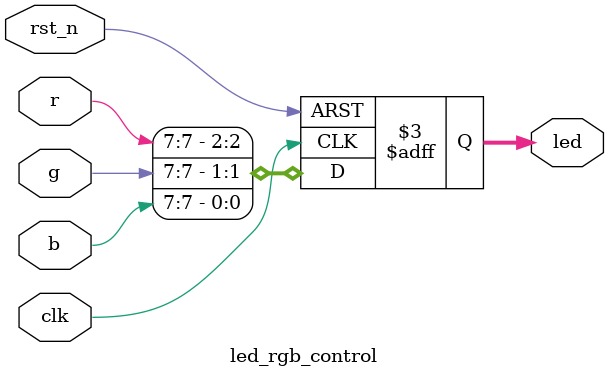
<source format=v>
module led_rgb_control (
    input clk,
    input rst_n,
    input [7:0] r,
    input [7:0] g,
    input [7:0] b,
    output reg [2:0] led
);
    always @(posedge clk or negedge rst_n) begin
        if (!rst_n)
            led <= 3'b000;
        else
            led <= {r[7], g[7], b[7]}; // Usa o MSB de cada canal
    end
endmodule

</source>
